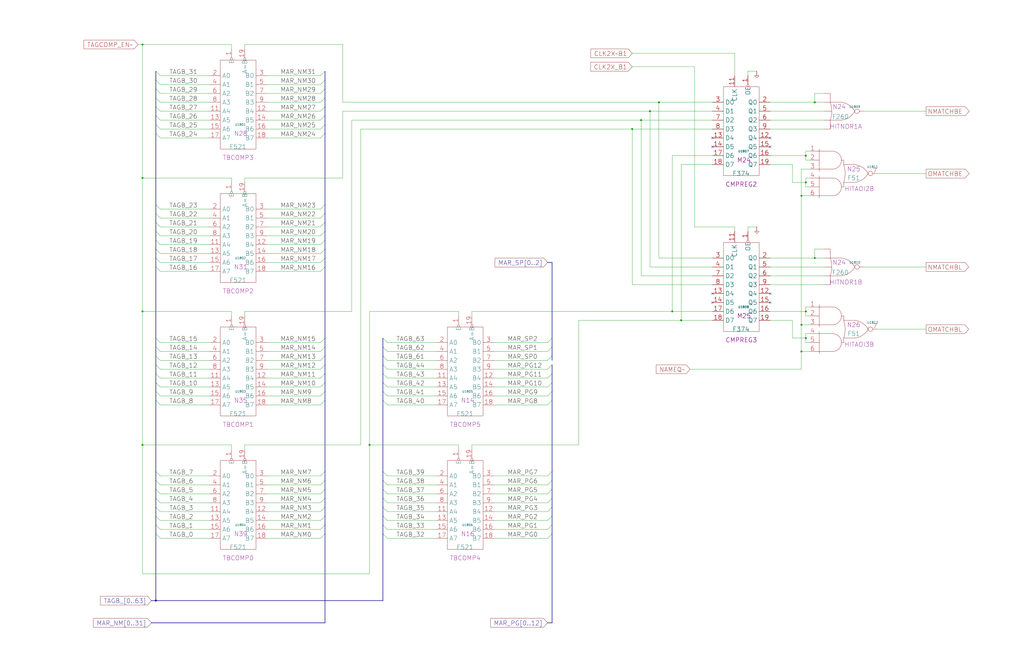
<source format=kicad_sch>
(kicad_sch (version 20250114) (generator "eeschema") (generator_version "9.0")
  (paper "User" 584.2 378.46)
  (title_block (title "TABG COMPARATORS\\nMATCH") (date "08-MAR-90") (rev "0.0") (comment 1 "MEM32 BOARD") (comment 2 "232-003066") (comment 3 "S400") (comment 4 "RELEASED"))
  (lib_symbols
    (symbol "r1000:F260" (pin_numbers (hide yes)) (pin_names (hide yes))
      (property "Reference" "U" (at 10.16 0 0))
      (property "Value" "F260" (at 1.905 -5.715 0))
      (property "Location" "___" (at 1.27 0 0))
      (property "Name" "______" (at 5.08 -12.7 0))
      (symbol "F260_0_1"
        (arc (start -3.8173 2.54) (mid -2.9926 -2.54) (end -3.8173 -7.62) (stroke (width 0.1524)))
        (polyline (pts (xy -5.08 7.62) (xy -3.81 7.62) (xy -3.81 2.54)) (stroke (width 0.1524)))
        (polyline (pts (xy -5.08 2.54) (xy -3.81 2.54)) (stroke (width 0.1524)))
        (polyline (pts (xy -5.08 -2.54) (xy -3.0226 -2.54)) (stroke (width 0.1524)))
        (polyline (pts (xy -5.08 -7.62) (xy -3.81 -7.62)) (stroke (width 0.1524)))
        (polyline (pts (xy -5.08 -12.7) (xy -3.81 -12.7) (xy -3.81 -7.62)) (stroke (width 0.1524)))
        (polyline (pts (xy -3.81 2.54) (xy 2.54 2.54)) (stroke (width 0.1524)))
        (polyline (pts (xy -3.81 -7.62) (xy 2.54 -7.62)) (stroke (width 0.1524)))
        (arc (start 10.16 -2.54) (mid 6.9504 -5.9807) (end 2.54 -7.62) (stroke (width 0.1524)))
        (arc (start 2.54 2.54) (mid 6.9516 0.9024) (end 10.16 -2.54) (stroke (width 0.1524)))
        (circle (center 11.43 -2.54) (radius 1.27) (stroke (width 0.1524)))
      )
      (symbol "F260_0_2"
        (circle (center -6.35 7.62) (radius 1.27) (stroke (width 0.1524)))
        (circle (center -6.35 2.54) (radius 1.27) (stroke (width 0.1524)))
        (circle (center -6.35 -2.54) (radius 1.27) (stroke (width 0.1524)))
        (circle (center -6.35 -7.62) (radius 1.27) (stroke (width 0.1524)))
        (circle (center -6.35 -12.7) (radius 1.27) (stroke (width 0.1524)))
        (polyline (pts (xy -5.08 2.54) (xy 2.54 2.54)) (stroke (width 0.1524)))
        (polyline (pts (xy -5.08 -7.62) (xy 2.54 -7.62)) (stroke (width 0.1524)))
        (polyline (pts (xy -5.08 -13.97) (xy -5.08 8.89)) (stroke (width 0.1524)))
        (arc (start 2.54 2.54) (mid 6.1321 1.0521) (end 7.62 -2.54) (stroke (width 0.1524)))
        (arc (start 7.62 -2.54) (mid 6.1321 -6.1321) (end 2.54 -7.62) (stroke (width 0.1524)))
      )
      (symbol "F260_1_1"
        (pin input line (at -7.62 7.62 0) (length 2.54) (name "D0") (number "12"))
        (pin input line (at -7.62 2.54 0) (length 2.54) (name "D1") (number "13"))
        (pin input line (at -7.62 -2.54 0) (length 2.54) (name "D2") (number "1"))
        (pin input line (at -7.62 -7.62 0) (length 2.54) (name "D3") (number "2"))
        (pin input line (at -7.62 -12.7 0) (length 2.54) (name "D4") (number "3"))
        (pin output line (at 15.24 -2.54 180) (length 2.54) (name "Q") (number "5"))
      )
      (symbol "F260_1_2"
        (pin input line (at -7.62 7.62 0) (length 0) (name "D0") (number "12"))
        (pin input line (at -7.62 2.54 0) (length 0) (name "D1") (number "13"))
        (pin input line (at -7.62 -2.54 0) (length 0) (name "D2") (number "1"))
        (pin input line (at -7.62 -7.62 0) (length 0) (name "D3") (number "2"))
        (pin input line (at -7.62 -12.7 0) (length 0) (name "D4") (number "3"))
        (pin output line (at 15.24 -2.54 180) (length 7.62) (name "Q") (number "5"))
      )
    )
    (symbol "r1000:F374" (pin_names (offset 1.016))
      (property "Reference" "U" (at 2.54 5.08 0))
      (property "Value" "F374" (at -3.81 -7.62 0))
      (property "Location" "___" (at -1.27 0 0))
      (property "Name" "______" (at 1.27 -15.24 0))
      (symbol "F374_1_1"
        (rectangle (start -8.89 41.91) (end 11.43 -8.89))
        (circle (center 5.08 42.545) (radius 0.635))
        (pin input line (at -15.24 33.02 0) (length 6.35) (name "D0") (number "3"))
        (pin input line (at -15.24 27.94 0) (length 6.35) (name "D1") (number "4"))
        (pin input line (at -15.24 22.86 0) (length 6.35) (name "D2") (number "7"))
        (pin input line (at -15.24 17.78 0) (length 6.35) (name "D3") (number "8"))
        (pin input line (at -15.24 12.7 0) (length 6.35) (name "D4") (number "13"))
        (pin input line (at -15.24 7.62 0) (length 6.35) (name "D5") (number "14"))
        (pin input line (at -15.24 2.54 0) (length 6.35) (name "D6") (number "17"))
        (pin input line (at -15.24 -2.54 0) (length 6.35) (name "D7") (number "18"))
        (pin input line (at -2.54 48.26 270) (length 6.35) (name "CLK") (number "11"))
        (pin input line (at 5.08 48.26 270) (length 5.08) (name "OE") (number "1"))
        (pin tri_state line (at 17.78 33.02 180) (length 6.35) (name "Q0") (number "2"))
        (pin tri_state line (at 17.78 27.94 180) (length 6.35) (name "Q1") (number "5"))
        (pin tri_state line (at 17.78 22.86 180) (length 6.35) (name "Q2") (number "6"))
        (pin tri_state line (at 17.78 17.78 180) (length 6.35) (name "Q3") (number "9"))
        (pin tri_state line (at 17.78 12.7 180) (length 6.35) (name "Q4") (number "12"))
        (pin tri_state line (at 17.78 7.62 180) (length 6.35) (name "Q5") (number "15"))
        (pin tri_state line (at 17.78 2.54 180) (length 6.35) (name "Q6") (number "16"))
        (pin tri_state line (at 17.78 -2.54 180) (length 6.35) (name "Q7") (number "19"))
      )
    )
    (symbol "r1000:F51" (pin_names (hide yes))
      (property "Reference" "U" (at 12.7 1.27 0))
      (property "Value" "F51" (at 1.905 -5.08 0))
      (property "Location" "___" (at 1.905 0 0))
      (property "Name" "______" (at 5.08 -12.7 0))
      (symbol "F51_0_0"
        (polyline (pts (xy -20.32 10.16) (xy -17.78 10.16)) (stroke (width 0.1524)))
        (polyline (pts (xy -20.32 5.08) (xy -17.78 5.08)) (stroke (width 0.1524)))
        (polyline (pts (xy -20.32 0) (xy -17.78 0)) (stroke (width 0.1524)))
        (polyline (pts (xy -20.32 -5.08) (xy -17.78 -5.08)) (stroke (width 0.1524)))
        (polyline (pts (xy -20.32 -10.16) (xy -17.78 -10.16)) (stroke (width 0.1524)))
        (polyline (pts (xy -20.32 -15.24) (xy -17.78 -15.24)) (stroke (width 0.1524)))
        (arc (start -3.8173 2.54) (mid -2.9926 -2.54) (end -3.8173 -7.62) (stroke (width 0.1524)))
        (polyline (pts (xy -17.78 11.43) (xy -17.78 -1.27)) (stroke (width 0.1524)))
        (polyline (pts (xy -17.78 -3.81) (xy -17.78 -16.51)) (stroke (width 0.1524)))
        (polyline (pts (xy -10.16 10.16) (xy -17.78 10.16)) (stroke (width 0.1524)))
        (arc (start -10.16 10.16) (mid -6.5679 8.6721) (end -5.08 5.08) (stroke (width 0.1524)))
        (arc (start -5.08 5.08) (mid -6.5679 1.4879) (end -10.16 0) (stroke (width 0.1524)))
        (polyline (pts (xy -10.16 0) (xy -17.78 0)) (stroke (width 0.1524)))
        (polyline (pts (xy -10.16 -5.08) (xy -17.78 -5.08)) (stroke (width 0.1524)))
        (arc (start -10.16 -5.08) (mid -6.5679 -6.5679) (end -5.08 -10.16) (stroke (width 0.1524)))
        (arc (start -5.08 -10.16) (mid -6.5679 -13.7521) (end -10.16 -15.24) (stroke (width 0.1524)))
        (polyline (pts (xy -10.16 -15.24) (xy -17.78 -15.24)) (stroke (width 0.1524)))
        (polyline (pts (xy -5.08 5.08) (xy -3.81 5.08) (xy -3.81 2.54)) (stroke (width 0.1524)))
        (polyline (pts (xy -5.08 -10.16) (xy -3.81 -10.16) (xy -3.81 -7.62)) (stroke (width 0.1524)))
        (polyline (pts (xy -3.81 2.54) (xy 2.54 2.54)) (stroke (width 0.1524)))
        (polyline (pts (xy -3.81 -7.62) (xy 2.54 -7.62)) (stroke (width 0.1524)))
        (arc (start 10.16 -2.54) (mid 6.9504 -5.9807) (end 2.54 -7.62) (stroke (width 0.1524)))
        (arc (start 2.54 2.54) (mid 6.9516 0.9024) (end 10.16 -2.54) (stroke (width 0.1524)))
        (circle (center 11.43 -2.54) (radius 1.27) (stroke (width 0.1524)))
      )
      (symbol "F51_1_1"
        (pin input line (at -22.86 10.16 0) (length 2.54) (name "A1") (number "1"))
        (pin input line (at -22.86 5.08 0) (length 2.54) (name "A2") (number "2"))
        (pin input line (at -22.86 0 0) (length 2.54) (name "A3") (number "3"))
        (pin input line (at -22.86 -5.08 0) (length 2.54) (name "B1") (number "4"))
        (pin input line (at -22.86 -10.16 0) (length 2.54) (name "B2") (number "5"))
        (pin input line (at -22.86 -15.24 0) (length 2.54) (name "B3") (number "6"))
        (pin output line (at 15.24 -2.54 180) (length 2.54) (name "Q") (number "7"))
      )
    )
    (symbol "r1000:F521" (pin_names (offset 1.016))
      (property "Reference" "U" (at 2.54 5.08 0))
      (property "Value" "F521" (at -3.81 -7.62 0))
      (property "Location" "___" (at -1.27 0 0))
      (property "Name" "______" (at 1.27 -15.24 0))
      (symbol "F521_1_1"
        (rectangle (start -8.89 41.91) (end 11.43 -8.89))
        (circle (center -2.54 42.545) (radius 0.635))
        (circle (center 5.08 42.545) (radius 0.635))
        (pin input line (at -15.24 33.02 0) (length 6.35) (name "A0") (number "2"))
        (pin input line (at -15.24 27.94 0) (length 6.35) (name "A1") (number "4"))
        (pin input line (at -15.24 22.86 0) (length 6.35) (name "A2") (number "6"))
        (pin input line (at -15.24 17.78 0) (length 6.35) (name "A3") (number "8"))
        (pin input line (at -15.24 12.7 0) (length 6.35) (name "A4") (number "11"))
        (pin input line (at -15.24 7.62 0) (length 6.35) (name "A5") (number "13"))
        (pin input line (at -15.24 2.54 0) (length 6.35) (name "A6") (number "15"))
        (pin input line (at -15.24 -2.54 0) (length 6.35) (name "A7") (number "17"))
        (pin input line (at -2.54 48.26 270) (length 5.08) (name "E") (number "1"))
        (pin output line (at 5.08 48.26 270) (length 5.08) (name "A=B") (number "19"))
        (pin input line (at 17.78 33.02 180) (length 6.35) (name "B0") (number "3"))
        (pin input line (at 17.78 27.94 180) (length 6.35) (name "B1") (number "5"))
        (pin input line (at 17.78 22.86 180) (length 6.35) (name "B2") (number "7"))
        (pin input line (at 17.78 17.78 180) (length 6.35) (name "B3") (number "9"))
        (pin input line (at 17.78 12.7 180) (length 6.35) (name "B4") (number "12"))
        (pin input line (at 17.78 7.62 180) (length 6.35) (name "B5") (number "14"))
        (pin input line (at 17.78 2.54 180) (length 6.35) (name "B6") (number "16"))
        (pin input line (at 17.78 -2.54 180) (length 6.35) (name "B7") (number "18"))
      )
    )
    (symbol "r1000:PD" (power) (pin_numbers (hide yes)) (pin_names (hide yes)) (in_bom no)
      (symbol "PD_0_1"
        (polyline (pts (xy 0 -2.54) (xy 1.27 -2.54) (xy 0 -3.81) (xy -1.27 -2.54) (xy 0 -2.54)) (stroke (width 0.1524)))
      )
      (symbol "PD_1_1"
        (pin power_in line (at 0 0 270) (length 2.54) (name "PD") (number "1"))
      )
    )
  )
  (junction (at 360.68 73.66))
  (junction (at 88.9 342.9))
  (junction (at 375.92 58.42))
  (junction (at 459.74 104.14))
  (junction (at 459.74 193.04))
  (junction (at 81.28 177.8))
  (junction (at 210.82 254))
  (junction (at 81.28 101.6))
  (junction (at 464.82 58.42))
  (junction (at 459.74 88.9))
  (junction (at 370.84 63.5))
  (junction (at 457.2 111.76))
  (junction (at 81.28 254))
  (junction (at 383.54 177.8))
  (junction (at 464.82 147.32))
  (junction (at 81.28 25.4))
  (junction (at 459.74 177.8))
  (junction (at 457.2 185.42))
  (junction (at 388.62 182.88))
  (junction (at 457.2 200.66))
  (junction (at 365.76 68.58))
  (no_connect (at 439.42 172.72))
  (no_connect (at 406.4 167.64))
  (no_connect (at 439.42 83.82))
  (no_connect (at 406.4 172.72))
  (no_connect (at 439.42 167.64))
  (no_connect (at 406.4 78.74))
  (no_connect (at 439.42 78.74))
  (no_connect (at 406.4 83.82))
  (bus_entry (at 314.96 289.56) (size -2.54 2.54))
  (bus_entry (at 185.42 66.04) (size -2.54 2.54))
  (bus_entry (at 88.9 274.32) (size 2.54 2.54))
  (bus_entry (at 88.9 198.12) (size 2.54 2.54))
  (bus_entry (at 88.9 228.6) (size 2.54 2.54))
  (bus_entry (at 314.96 203.2) (size -2.54 2.54))
  (bus_entry (at 185.42 274.32) (size -2.54 2.54))
  (bus_entry (at 185.42 193.04) (size -2.54 2.54))
  (bus_entry (at 185.42 218.44) (size -2.54 2.54))
  (bus_entry (at 88.9 127) (size 2.54 2.54))
  (bus_entry (at 185.42 294.64) (size -2.54 2.54))
  (bus_entry (at 314.96 213.36) (size -2.54 2.54))
  (bus_entry (at 185.42 132.08) (size -2.54 2.54))
  (bus_entry (at 185.42 137.16) (size -2.54 2.54))
  (bus_entry (at 218.44 274.32) (size 2.54 2.54))
  (bus_entry (at 185.42 55.88) (size -2.54 2.54))
  (bus_entry (at 88.9 289.56) (size 2.54 2.54))
  (bus_entry (at 88.9 193.04) (size 2.54 2.54))
  (bus_entry (at 185.42 223.52) (size -2.54 2.54))
  (bus_entry (at 185.42 304.8) (size -2.54 2.54))
  (bus_entry (at 185.42 279.4) (size -2.54 2.54))
  (bus_entry (at 185.42 116.84) (size -2.54 2.54))
  (bus_entry (at 185.42 228.6) (size -2.54 2.54))
  (bus_entry (at 218.44 213.36) (size 2.54 2.54))
  (bus_entry (at 88.9 218.44) (size 2.54 2.54))
  (bus_entry (at 88.9 304.8) (size 2.54 2.54))
  (bus_entry (at 185.42 269.24) (size -2.54 2.54))
  (bus_entry (at 218.44 279.4) (size 2.54 2.54))
  (bus_entry (at 88.9 147.32) (size 2.54 2.54))
  (bus_entry (at 218.44 304.8) (size 2.54 2.54))
  (bus_entry (at 88.9 121.92) (size 2.54 2.54))
  (bus_entry (at 88.9 132.08) (size 2.54 2.54))
  (bus_entry (at 185.42 213.36) (size -2.54 2.54))
  (bus_entry (at 88.9 213.36) (size 2.54 2.54))
  (bus_entry (at 314.96 198.12) (size -2.54 2.54))
  (bus_entry (at 314.96 208.28) (size -2.54 2.54))
  (bus_entry (at 218.44 218.44) (size 2.54 2.54))
  (bus_entry (at 88.9 116.84) (size 2.54 2.54))
  (bus_entry (at 88.9 137.16) (size 2.54 2.54))
  (bus_entry (at 88.9 294.64) (size 2.54 2.54))
  (bus_entry (at 88.9 223.52) (size 2.54 2.54))
  (bus_entry (at 88.9 45.72) (size 2.54 2.54))
  (bus_entry (at 88.9 60.96) (size 2.54 2.54))
  (bus_entry (at 314.96 279.4) (size -2.54 2.54))
  (bus_entry (at 185.42 299.72) (size -2.54 2.54))
  (bus_entry (at 88.9 284.48) (size 2.54 2.54))
  (bus_entry (at 88.9 152.4) (size 2.54 2.54))
  (bus_entry (at 314.96 269.24) (size -2.54 2.54))
  (bus_entry (at 185.42 152.4) (size -2.54 2.54))
  (bus_entry (at 314.96 284.48) (size -2.54 2.54))
  (bus_entry (at 185.42 147.32) (size -2.54 2.54))
  (bus_entry (at 88.9 142.24) (size 2.54 2.54))
  (bus_entry (at 88.9 203.2) (size 2.54 2.54))
  (bus_entry (at 185.42 142.24) (size -2.54 2.54))
  (bus_entry (at 185.42 40.64) (size -2.54 2.54))
  (bus_entry (at 185.42 198.12) (size -2.54 2.54))
  (bus_entry (at 88.9 76.2) (size 2.54 2.54))
  (bus_entry (at 218.44 284.48) (size 2.54 2.54))
  (bus_entry (at 218.44 289.56) (size 2.54 2.54))
  (bus_entry (at 88.9 66.04) (size 2.54 2.54))
  (bus_entry (at 185.42 60.96) (size -2.54 2.54))
  (bus_entry (at 185.42 203.2) (size -2.54 2.54))
  (bus_entry (at 218.44 203.2) (size 2.54 2.54))
  (bus_entry (at 314.96 274.32) (size -2.54 2.54))
  (bus_entry (at 218.44 193.04) (size 2.54 2.54))
  (bus_entry (at 314.96 193.04) (size -2.54 2.54))
  (bus_entry (at 88.9 50.8) (size 2.54 2.54))
  (bus_entry (at 88.9 279.4) (size 2.54 2.54))
  (bus_entry (at 185.42 50.8) (size -2.54 2.54))
  (bus_entry (at 218.44 198.12) (size 2.54 2.54))
  (bus_entry (at 314.96 294.64) (size -2.54 2.54))
  (bus_entry (at 185.42 208.28) (size -2.54 2.54))
  (bus_entry (at 218.44 294.64) (size 2.54 2.54))
  (bus_entry (at 88.9 40.64) (size 2.54 2.54))
  (bus_entry (at 88.9 299.72) (size 2.54 2.54))
  (bus_entry (at 218.44 299.72) (size 2.54 2.54))
  (bus_entry (at 185.42 45.72) (size -2.54 2.54))
  (bus_entry (at 88.9 55.88) (size 2.54 2.54))
  (bus_entry (at 185.42 121.92) (size -2.54 2.54))
  (bus_entry (at 88.9 71.12) (size 2.54 2.54))
  (bus_entry (at 185.42 284.48) (size -2.54 2.54))
  (bus_entry (at 218.44 208.28) (size 2.54 2.54))
  (bus_entry (at 185.42 289.56) (size -2.54 2.54))
  (bus_entry (at 314.96 218.44) (size -2.54 2.54))
  (bus_entry (at 218.44 223.52) (size 2.54 2.54))
  (bus_entry (at 88.9 269.24) (size 2.54 2.54))
  (bus_entry (at 185.42 76.2) (size -2.54 2.54))
  (bus_entry (at 314.96 304.8) (size -2.54 2.54))
  (bus_entry (at 314.96 228.6) (size -2.54 2.54))
  (bus_entry (at 218.44 269.24) (size 2.54 2.54))
  (bus_entry (at 314.96 299.72) (size -2.54 2.54))
  (bus_entry (at 88.9 208.28) (size 2.54 2.54))
  (bus_entry (at 218.44 228.6) (size 2.54 2.54))
  (bus_entry (at 185.42 127) (size -2.54 2.54))
  (bus_entry (at 185.42 71.12) (size -2.54 2.54))
  (bus_entry (at 314.96 223.52) (size -2.54 2.54))
  (bus (pts (xy 88.9 40.64) (xy 88.9 45.72)))
  (wire (pts (xy 195.58 58.42) (xy 375.92 58.42)))
  (wire (pts (xy 91.44 287.02) (xy 119.38 287.02)))
  (wire (pts (xy 91.44 78.74) (xy 119.38 78.74)))
  (wire (pts (xy 469.9 142.24) (xy 464.82 142.24)))
  (wire (pts (xy 464.82 142.24) (xy 464.82 147.32)))
  (wire (pts (xy 139.7 27.94) (xy 139.7 25.4)))
  (wire (pts (xy 220.98 281.94) (xy 248.92 281.94)))
  (wire (pts (xy 383.54 88.9) (xy 383.54 177.8)))
  (bus (pts (xy 185.42 66.04) (xy 185.42 71.12)))
  (bus (pts (xy 218.44 294.64) (xy 218.44 299.72)))
  (bus (pts (xy 88.9 218.44) (xy 88.9 223.52)))
  (wire (pts (xy 91.44 149.86) (xy 119.38 149.86)))
  (wire (pts (xy 91.44 271.78) (xy 119.38 271.78)))
  (bus (pts (xy 88.9 60.96) (xy 88.9 66.04)))
  (wire (pts (xy 182.88 139.7) (xy 152.4 139.7)))
  (wire (pts (xy 439.42 68.58) (xy 469.9 68.58)))
  (wire (pts (xy 457.2 111.76) (xy 457.2 185.42)))
  (bus (pts (xy 314.96 228.6) (xy 314.96 269.24)))
  (bus (pts (xy 88.9 208.28) (xy 88.9 213.36)))
  (bus (pts (xy 314.96 149.86) (xy 314.96 193.04)))
  (wire (pts (xy 370.84 63.5) (xy 406.4 63.5)))
  (wire (pts (xy 182.88 43.18) (xy 152.4 43.18)))
  (wire (pts (xy 312.42 210.82) (xy 281.94 210.82)))
  (wire (pts (xy 182.88 124.46) (xy 152.4 124.46)))
  (wire (pts (xy 220.98 195.58) (xy 248.92 195.58)))
  (wire (pts (xy 91.44 48.26) (xy 119.38 48.26)))
  (wire (pts (xy 182.88 271.78) (xy 152.4 271.78)))
  (wire (pts (xy 459.74 104.14) (xy 459.74 101.6)))
  (wire (pts (xy 360.68 73.66) (xy 360.68 162.56)))
  (wire (pts (xy 426.72 129.54) (xy 426.72 132.08)))
  (wire (pts (xy 91.44 134.62) (xy 119.38 134.62)))
  (wire (pts (xy 312.42 281.94) (xy 281.94 281.94)))
  (wire (pts (xy 312.42 215.9) (xy 281.94 215.9)))
  (wire (pts (xy 383.54 177.8) (xy 406.4 177.8)))
  (wire (pts (xy 182.88 58.42) (xy 152.4 58.42)))
  (bus (pts (xy 88.9 193.04) (xy 88.9 198.12)))
  (wire (pts (xy 459.74 175.26) (xy 462.28 175.26)))
  (wire (pts (xy 81.28 177.8) (xy 81.28 254)))
  (wire (pts (xy 439.42 177.8) (xy 459.74 177.8)))
  (wire (pts (xy 439.42 162.56) (xy 469.9 162.56)))
  (wire (pts (xy 388.62 93.98) (xy 406.4 93.98)))
  (wire (pts (xy 139.7 25.4) (xy 195.58 25.4)))
  (wire (pts (xy 261.62 256.54) (xy 261.62 254)))
  (wire (pts (xy 91.44 195.58) (xy 119.38 195.58)))
  (wire (pts (xy 205.74 73.66) (xy 360.68 73.66)))
  (bus (pts (xy 185.42 152.4) (xy 185.42 193.04)))
  (bus (pts (xy 88.9 279.4) (xy 88.9 284.48)))
  (wire (pts (xy 220.98 220.98) (xy 248.92 220.98)))
  (wire (pts (xy 91.44 307.34) (xy 119.38 307.34)))
  (wire (pts (xy 419.1 30.48) (xy 419.1 43.18)))
  (bus (pts (xy 185.42 76.2) (xy 185.42 116.84)))
  (wire (pts (xy 312.42 307.34) (xy 281.94 307.34)))
  (wire (pts (xy 200.66 177.8) (xy 200.66 68.58)))
  (wire (pts (xy 132.08 256.54) (xy 132.08 254)))
  (bus (pts (xy 185.42 60.96) (xy 185.42 66.04)))
  (wire (pts (xy 91.44 154.94) (xy 119.38 154.94)))
  (bus (pts (xy 88.9 198.12) (xy 88.9 203.2)))
  (wire (pts (xy 462.28 106.68) (xy 459.74 106.68)))
  (bus (pts (xy 185.42 71.12) (xy 185.42 76.2)))
  (wire (pts (xy 182.88 210.82) (xy 152.4 210.82)))
  (wire (pts (xy 365.76 157.48) (xy 365.76 68.58)))
  (wire (pts (xy 269.24 256.54) (xy 269.24 254)))
  (wire (pts (xy 91.44 129.54) (xy 119.38 129.54)))
  (wire (pts (xy 330.2 182.88) (xy 388.62 182.88)))
  (wire (pts (xy 312.42 220.98) (xy 281.94 220.98)))
  (wire (pts (xy 210.82 327.66) (xy 81.28 327.66)))
  (bus (pts (xy 185.42 304.8) (xy 185.42 355.6)))
  (wire (pts (xy 426.72 40.64) (xy 426.72 43.18)))
  (wire (pts (xy 464.82 147.32) (xy 469.9 147.32)))
  (bus (pts (xy 218.44 284.48) (xy 218.44 289.56)))
  (wire (pts (xy 139.7 104.14) (xy 139.7 101.6)))
  (bus (pts (xy 185.42 279.4) (xy 185.42 284.48)))
  (bus (pts (xy 314.96 203.2) (xy 314.96 205.74)))
  (wire (pts (xy 220.98 231.14) (xy 248.92 231.14)))
  (wire (pts (xy 182.88 276.86) (xy 152.4 276.86)))
  (wire (pts (xy 459.74 88.9) (xy 459.74 91.44)))
  (wire (pts (xy 462.28 180.34) (xy 459.74 180.34)))
  (wire (pts (xy 459.74 101.6) (xy 462.28 101.6)))
  (bus (pts (xy 88.9 274.32) (xy 88.9 279.4)))
  (wire (pts (xy 78.74 25.4) (xy 81.28 25.4)))
  (wire (pts (xy 220.98 271.78) (xy 248.92 271.78)))
  (wire (pts (xy 220.98 226.06) (xy 248.92 226.06)))
  (bus (pts (xy 185.42 269.24) (xy 185.42 274.32)))
  (wire (pts (xy 459.74 88.9) (xy 459.74 86.36)))
  (bus (pts (xy 314.96 223.52) (xy 314.96 228.6)))
  (bus (pts (xy 314.96 279.4) (xy 314.96 284.48)))
  (wire (pts (xy 91.44 63.5) (xy 119.38 63.5)))
  (bus (pts (xy 86.36 342.9) (xy 88.9 342.9)))
  (wire (pts (xy 220.98 297.18) (xy 248.92 297.18)))
  (bus (pts (xy 185.42 121.92) (xy 185.42 127)))
  (wire (pts (xy 459.74 86.36) (xy 462.28 86.36)))
  (wire (pts (xy 81.28 101.6) (xy 132.08 101.6)))
  (wire (pts (xy 182.88 68.58) (xy 152.4 68.58)))
  (wire (pts (xy 459.74 193.04) (xy 452.12 193.04)))
  (wire (pts (xy 312.42 287.02) (xy 281.94 287.02)))
  (wire (pts (xy 459.74 193.04) (xy 459.74 190.5)))
  (wire (pts (xy 91.44 231.14) (xy 119.38 231.14)))
  (bus (pts (xy 218.44 279.4) (xy 218.44 284.48)))
  (wire (pts (xy 388.62 182.88) (xy 406.4 182.88)))
  (bus (pts (xy 185.42 223.52) (xy 185.42 228.6)))
  (bus (pts (xy 218.44 304.8) (xy 218.44 342.9)))
  (wire (pts (xy 457.2 200.66) (xy 457.2 210.82)))
  (wire (pts (xy 220.98 205.74) (xy 248.92 205.74)))
  (wire (pts (xy 312.42 271.78) (xy 281.94 271.78)))
  (wire (pts (xy 182.88 200.66) (xy 152.4 200.66)))
  (wire (pts (xy 182.88 302.26) (xy 152.4 302.26)))
  (wire (pts (xy 431.8 40.64) (xy 426.72 40.64)))
  (wire (pts (xy 91.44 68.58) (xy 119.38 68.58)))
  (wire (pts (xy 457.2 185.42) (xy 457.2 200.66)))
  (wire (pts (xy 452.12 93.98) (xy 452.12 104.14)))
  (wire (pts (xy 91.44 210.82) (xy 119.38 210.82)))
  (wire (pts (xy 91.44 144.78) (xy 119.38 144.78)))
  (bus (pts (xy 88.9 294.64) (xy 88.9 299.72)))
  (wire (pts (xy 396.24 129.54) (xy 419.1 129.54)))
  (wire (pts (xy 312.42 231.14) (xy 281.94 231.14)))
  (wire (pts (xy 182.88 73.66) (xy 152.4 73.66)))
  (wire (pts (xy 81.28 25.4) (xy 81.28 101.6)))
  (bus (pts (xy 185.42 198.12) (xy 185.42 203.2)))
  (wire (pts (xy 182.88 307.34) (xy 152.4 307.34)))
  (wire (pts (xy 182.88 154.94) (xy 152.4 154.94)))
  (bus (pts (xy 314.96 198.12) (xy 314.96 203.2)))
  (wire (pts (xy 220.98 292.1) (xy 248.92 292.1)))
  (bus (pts (xy 86.36 355.6) (xy 185.42 355.6)))
  (wire (pts (xy 492.76 63.5) (xy 528.32 63.5)))
  (bus (pts (xy 314.96 304.8) (xy 314.96 355.6)))
  (bus (pts (xy 312.42 149.86) (xy 314.96 149.86)))
  (wire (pts (xy 360.68 30.48) (xy 419.1 30.48)))
  (wire (pts (xy 457.2 96.52) (xy 457.2 111.76)))
  (wire (pts (xy 210.82 254) (xy 261.62 254)))
  (bus (pts (xy 314.96 193.04) (xy 314.96 198.12)))
  (wire (pts (xy 261.62 180.34) (xy 261.62 177.8)))
  (wire (pts (xy 312.42 302.26) (xy 281.94 302.26)))
  (bus (pts (xy 314.96 294.64) (xy 314.96 299.72)))
  (bus (pts (xy 314.96 274.32) (xy 314.96 279.4)))
  (wire (pts (xy 91.44 200.66) (xy 119.38 200.66)))
  (wire (pts (xy 182.88 129.54) (xy 152.4 129.54)))
  (wire (pts (xy 91.44 53.34) (xy 119.38 53.34)))
  (wire (pts (xy 91.44 58.42) (xy 119.38 58.42)))
  (wire (pts (xy 269.24 177.8) (xy 383.54 177.8)))
  (bus (pts (xy 88.9 50.8) (xy 88.9 55.88)))
  (wire (pts (xy 500.38 99.06) (xy 528.32 99.06)))
  (wire (pts (xy 220.98 287.02) (xy 248.92 287.02)))
  (wire (pts (xy 182.88 297.18) (xy 152.4 297.18)))
  (wire (pts (xy 139.7 256.54) (xy 139.7 254)))
  (wire (pts (xy 452.12 193.04) (xy 452.12 182.88)))
  (wire (pts (xy 462.28 195.58) (xy 459.74 195.58)))
  (bus (pts (xy 218.44 223.52) (xy 218.44 228.6)))
  (wire (pts (xy 360.68 38.1) (xy 396.24 38.1)))
  (bus (pts (xy 185.42 137.16) (xy 185.42 142.24)))
  (wire (pts (xy 132.08 27.94) (xy 132.08 25.4)))
  (wire (pts (xy 182.88 292.1) (xy 152.4 292.1)))
  (wire (pts (xy 91.44 226.06) (xy 119.38 226.06)))
  (wire (pts (xy 375.92 58.42) (xy 406.4 58.42)))
  (bus (pts (xy 88.9 116.84) (xy 88.9 121.92)))
  (wire (pts (xy 182.88 220.98) (xy 152.4 220.98)))
  (wire (pts (xy 182.88 205.74) (xy 152.4 205.74)))
  (wire (pts (xy 360.68 162.56) (xy 406.4 162.56)))
  (bus (pts (xy 185.42 193.04) (xy 185.42 198.12)))
  (bus (pts (xy 88.9 132.08) (xy 88.9 137.16)))
  (bus (pts (xy 314.96 213.36) (xy 314.96 218.44)))
  (bus (pts (xy 88.9 66.04) (xy 88.9 71.12)))
  (wire (pts (xy 205.74 254) (xy 205.74 73.66)))
  (bus (pts (xy 185.42 203.2) (xy 185.42 208.28)))
  (wire (pts (xy 312.42 195.58) (xy 281.94 195.58)))
  (wire (pts (xy 182.88 287.02) (xy 152.4 287.02)))
  (bus (pts (xy 218.44 299.72) (xy 218.44 304.8)))
  (wire (pts (xy 139.7 254) (xy 205.74 254)))
  (wire (pts (xy 459.74 195.58) (xy 459.74 193.04)))
  (bus (pts (xy 88.9 304.8) (xy 88.9 342.9)))
  (bus (pts (xy 88.9 71.12) (xy 88.9 76.2)))
  (wire (pts (xy 439.42 73.66) (xy 469.9 73.66)))
  (wire (pts (xy 81.28 25.4) (xy 132.08 25.4)))
  (bus (pts (xy 185.42 213.36) (xy 185.42 218.44)))
  (wire (pts (xy 464.82 58.42) (xy 469.9 58.42)))
  (wire (pts (xy 439.42 157.48) (xy 469.9 157.48)))
  (wire (pts (xy 269.24 254) (xy 330.2 254)))
  (bus (pts (xy 218.44 289.56) (xy 218.44 294.64)))
  (wire (pts (xy 457.2 210.82) (xy 393.7 210.82)))
  (wire (pts (xy 220.98 276.86) (xy 248.92 276.86)))
  (wire (pts (xy 91.44 73.66) (xy 119.38 73.66)))
  (wire (pts (xy 182.88 134.62) (xy 152.4 134.62)))
  (bus (pts (xy 218.44 342.9) (xy 88.9 342.9)))
  (bus (pts (xy 314.96 289.56) (xy 314.96 294.64)))
  (wire (pts (xy 91.44 124.46) (xy 119.38 124.46)))
  (wire (pts (xy 439.42 93.98) (xy 452.12 93.98)))
  (bus (pts (xy 218.44 269.24) (xy 218.44 274.32)))
  (bus (pts (xy 185.42 127) (xy 185.42 132.08)))
  (wire (pts (xy 195.58 101.6) (xy 195.58 63.5)))
  (wire (pts (xy 182.88 215.9) (xy 152.4 215.9)))
  (bus (pts (xy 185.42 142.24) (xy 185.42 147.32)))
  (bus (pts (xy 88.9 121.92) (xy 88.9 127)))
  (wire (pts (xy 365.76 68.58) (xy 406.4 68.58)))
  (wire (pts (xy 452.12 182.88) (xy 439.42 182.88)))
  (wire (pts (xy 210.82 177.8) (xy 210.82 254)))
  (wire (pts (xy 375.92 147.32) (xy 375.92 58.42)))
  (bus (pts (xy 185.42 274.32) (xy 185.42 279.4)))
  (bus (pts (xy 185.42 294.64) (xy 185.42 299.72)))
  (wire (pts (xy 182.88 281.94) (xy 152.4 281.94)))
  (wire (pts (xy 388.62 182.88) (xy 388.62 93.98)))
  (bus (pts (xy 314.96 269.24) (xy 314.96 274.32)))
  (wire (pts (xy 220.98 210.82) (xy 248.92 210.82)))
  (wire (pts (xy 81.28 254) (xy 81.28 327.66)))
  (wire (pts (xy 220.98 302.26) (xy 248.92 302.26)))
  (wire (pts (xy 459.74 177.8) (xy 459.74 180.34)))
  (wire (pts (xy 500.38 187.96) (xy 528.32 187.96)))
  (wire (pts (xy 132.08 180.34) (xy 132.08 177.8)))
  (bus (pts (xy 88.9 289.56) (xy 88.9 294.64)))
  (wire (pts (xy 439.42 63.5) (xy 469.9 63.5)))
  (bus (pts (xy 185.42 40.64) (xy 185.42 45.72)))
  (wire (pts (xy 406.4 88.9) (xy 383.54 88.9)))
  (bus (pts (xy 185.42 116.84) (xy 185.42 121.92)))
  (wire (pts (xy 132.08 104.14) (xy 132.08 101.6)))
  (wire (pts (xy 81.28 254) (xy 132.08 254)))
  (wire (pts (xy 457.2 200.66) (xy 462.28 200.66)))
  (wire (pts (xy 139.7 177.8) (xy 200.66 177.8)))
  (bus (pts (xy 88.9 223.52) (xy 88.9 228.6)))
  (wire (pts (xy 469.9 53.34) (xy 464.82 53.34)))
  (wire (pts (xy 439.42 88.9) (xy 459.74 88.9)))
  (bus (pts (xy 218.44 274.32) (xy 218.44 279.4)))
  (wire (pts (xy 457.2 185.42) (xy 462.28 185.42)))
  (wire (pts (xy 431.8 129.54) (xy 426.72 129.54)))
  (wire (pts (xy 220.98 215.9) (xy 248.92 215.9)))
  (wire (pts (xy 91.44 205.74) (xy 119.38 205.74)))
  (wire (pts (xy 439.42 152.4) (xy 469.9 152.4)))
  (bus (pts (xy 185.42 132.08) (xy 185.42 137.16)))
  (wire (pts (xy 182.88 144.78) (xy 152.4 144.78)))
  (wire (pts (xy 182.88 48.26) (xy 152.4 48.26)))
  (bus (pts (xy 88.9 137.16) (xy 88.9 142.24)))
  (bus (pts (xy 218.44 228.6) (xy 218.44 269.24)))
  (wire (pts (xy 406.4 147.32) (xy 375.92 147.32)))
  (wire (pts (xy 182.88 63.5) (xy 152.4 63.5)))
  (bus (pts (xy 88.9 142.24) (xy 88.9 147.32)))
  (wire (pts (xy 462.28 96.52) (xy 457.2 96.52)))
  (bus (pts (xy 88.9 127) (xy 88.9 132.08)))
  (bus (pts (xy 218.44 213.36) (xy 218.44 218.44)))
  (wire (pts (xy 210.82 254) (xy 210.82 327.66)))
  (bus (pts (xy 88.9 284.48) (xy 88.9 289.56)))
  (bus (pts (xy 88.9 213.36) (xy 88.9 218.44)))
  (bus (pts (xy 218.44 193.04) (xy 218.44 198.12)))
  (wire (pts (xy 91.44 302.26) (xy 119.38 302.26)))
  (wire (pts (xy 312.42 226.06) (xy 281.94 226.06)))
  (wire (pts (xy 200.66 68.58) (xy 365.76 68.58)))
  (bus (pts (xy 88.9 55.88) (xy 88.9 60.96)))
  (bus (pts (xy 185.42 284.48) (xy 185.42 289.56)))
  (bus (pts (xy 218.44 218.44) (xy 218.44 223.52)))
  (bus (pts (xy 185.42 289.56) (xy 185.42 294.64)))
  (wire (pts (xy 406.4 157.48) (xy 365.76 157.48)))
  (wire (pts (xy 457.2 111.76) (xy 462.28 111.76)))
  (bus (pts (xy 88.9 45.72) (xy 88.9 50.8)))
  (bus (pts (xy 314.96 208.28) (xy 314.96 213.36)))
  (wire (pts (xy 439.42 58.42) (xy 464.82 58.42)))
  (bus (pts (xy 185.42 147.32) (xy 185.42 152.4)))
  (wire (pts (xy 91.44 292.1) (xy 119.38 292.1)))
  (wire (pts (xy 182.88 78.74) (xy 152.4 78.74)))
  (bus (pts (xy 314.96 284.48) (xy 314.96 289.56)))
  (bus (pts (xy 88.9 203.2) (xy 88.9 208.28)))
  (bus (pts (xy 185.42 45.72) (xy 185.42 50.8)))
  (wire (pts (xy 91.44 281.94) (xy 119.38 281.94)))
  (wire (pts (xy 91.44 276.86) (xy 119.38 276.86)))
  (bus (pts (xy 185.42 55.88) (xy 185.42 60.96)))
  (bus (pts (xy 88.9 147.32) (xy 88.9 152.4)))
  (wire (pts (xy 370.84 152.4) (xy 406.4 152.4)))
  (bus (pts (xy 88.9 299.72) (xy 88.9 304.8)))
  (wire (pts (xy 459.74 177.8) (xy 459.74 175.26)))
  (wire (pts (xy 91.44 119.38) (xy 119.38 119.38)))
  (wire (pts (xy 139.7 101.6) (xy 195.58 101.6)))
  (wire (pts (xy 139.7 180.34) (xy 139.7 177.8)))
  (wire (pts (xy 312.42 200.66) (xy 281.94 200.66)))
  (wire (pts (xy 462.28 91.44) (xy 459.74 91.44)))
  (wire (pts (xy 220.98 307.34) (xy 248.92 307.34)))
  (wire (pts (xy 91.44 220.98) (xy 119.38 220.98)))
  (wire (pts (xy 195.58 25.4) (xy 195.58 58.42)))
  (wire (pts (xy 182.88 195.58) (xy 152.4 195.58)))
  (wire (pts (xy 452.12 104.14) (xy 459.74 104.14)))
  (wire (pts (xy 396.24 38.1) (xy 396.24 129.54)))
  (wire (pts (xy 370.84 63.5) (xy 370.84 152.4)))
  (bus (pts (xy 314.96 218.44) (xy 314.96 223.52)))
  (bus (pts (xy 218.44 208.28) (xy 218.44 213.36)))
  (wire (pts (xy 81.28 177.8) (xy 132.08 177.8)))
  (bus (pts (xy 88.9 152.4) (xy 88.9 193.04)))
  (wire (pts (xy 210.82 177.8) (xy 261.62 177.8)))
  (wire (pts (xy 91.44 215.9) (xy 119.38 215.9)))
  (bus (pts (xy 88.9 269.24) (xy 88.9 274.32)))
  (wire (pts (xy 492.76 152.4) (xy 528.32 152.4)))
  (wire (pts (xy 459.74 190.5) (xy 462.28 190.5)))
  (bus (pts (xy 218.44 203.2) (xy 218.44 208.28)))
  (wire (pts (xy 220.98 200.66) (xy 248.92 200.66)))
  (bus (pts (xy 185.42 228.6) (xy 185.42 269.24)))
  (bus (pts (xy 314.96 299.72) (xy 314.96 304.8)))
  (wire (pts (xy 459.74 104.14) (xy 459.74 106.68)))
  (bus (pts (xy 185.42 299.72) (xy 185.42 304.8)))
  (wire (pts (xy 91.44 43.18) (xy 119.38 43.18)))
  (wire (pts (xy 81.28 101.6) (xy 81.28 177.8)))
  (wire (pts (xy 182.88 226.06) (xy 152.4 226.06)))
  (wire (pts (xy 182.88 119.38) (xy 152.4 119.38)))
  (wire (pts (xy 182.88 149.86) (xy 152.4 149.86)))
  (wire (pts (xy 312.42 292.1) (xy 281.94 292.1)))
  (wire (pts (xy 269.24 180.34) (xy 269.24 177.8)))
  (wire (pts (xy 419.1 129.54) (xy 419.1 132.08)))
  (wire (pts (xy 330.2 254) (xy 330.2 182.88)))
  (wire (pts (xy 182.88 53.34) (xy 152.4 53.34)))
  (bus (pts (xy 312.42 355.6) (xy 314.96 355.6)))
  (wire (pts (xy 439.42 147.32) (xy 464.82 147.32)))
  (bus (pts (xy 185.42 218.44) (xy 185.42 223.52)))
  (wire (pts (xy 91.44 139.7) (xy 119.38 139.7)))
  (bus (pts (xy 218.44 198.12) (xy 218.44 203.2)))
  (bus (pts (xy 185.42 208.28) (xy 185.42 213.36)))
  (bus (pts (xy 88.9 228.6) (xy 88.9 269.24)))
  (bus (pts (xy 88.9 76.2) (xy 88.9 116.84)))
  (wire (pts (xy 312.42 205.74) (xy 281.94 205.74)))
  (wire (pts (xy 195.58 63.5) (xy 370.84 63.5)))
  (wire (pts (xy 91.44 297.18) (xy 119.38 297.18)))
  (wire (pts (xy 182.88 231.14) (xy 152.4 231.14)))
  (wire (pts (xy 312.42 297.18) (xy 281.94 297.18)))
  (wire (pts (xy 312.42 276.86) (xy 281.94 276.86)))
  (bus (pts (xy 185.42 50.8) (xy 185.42 55.88)))
  (wire (pts (xy 464.82 53.34) (xy 464.82 58.42)))
  (wire (pts (xy 360.68 73.66) (xy 406.4 73.66)))
  (label "TAGB_29" (at 96.52 53.34 0) (effects (font (size 2.54 2.54))))
  (label "MAR_PG7" (at 289.56 271.78 0) (effects (font (size 2.54 2.54))))
  (label "TAGB_62" (at 226.06 200.66 0) (effects (font (size 2.54 2.54))))
  (label "TAGB_21" (at 96.52 129.54 0) (effects (font (size 2.54 2.54))))
  (label "TAGB_6" (at 96.52 276.86 0) (effects (font (size 2.54 2.54))))
  (label "MAR_PG0" (at 289.56 307.34 0) (effects (font (size 2.54 2.54))))
  (label "MAR_NM28" (at 160.02 58.42 0) (effects (font (size 2.54 2.54))))
  (label "MAR_NM5" (at 160.02 281.94 0) (effects (font (size 2.54 2.54))))
  (label "MAR_NM10" (at 160.02 220.98 0) (effects (font (size 2.54 2.54))))
  (label "TAGB_0" (at 96.52 307.34 0) (effects (font (size 2.54 2.54))))
  (label "MAR_PG6" (at 289.56 276.86 0) (effects (font (size 2.54 2.54))))
  (label "TAGB_35" (at 226.06 292.1 0) (effects (font (size 2.54 2.54))))
  (label "MAR_NM4" (at 160.02 287.02 0) (effects (font (size 2.54 2.54))))
  (label "MAR_PG8" (at 289.56 231.14 0) (effects (font (size 2.54 2.54))))
  (label "MAR_NM26" (at 160.02 68.58 0) (effects (font (size 2.54 2.54))))
  (label "TAGB_15" (at 96.52 195.58 0) (effects (font (size 2.54 2.54))))
  (label "TAGB_33" (at 226.06 302.26 0) (effects (font (size 2.54 2.54))))
  (label "MAR_NM25" (at 160.02 73.66 0) (effects (font (size 2.54 2.54))))
  (label "MAR_PG12" (at 289.56 210.82 0) (effects (font (size 2.54 2.54))))
  (label "MAR_PG11" (at 289.56 215.9 0) (effects (font (size 2.54 2.54))))
  (label "MAR_NM23" (at 160.02 119.38 0) (effects (font (size 2.54 2.54))))
  (label "TAGB_37" (at 226.06 281.94 0) (effects (font (size 2.54 2.54))))
  (label "MAR_NM14" (at 160.02 200.66 0) (effects (font (size 2.54 2.54))))
  (label "TAGB_36" (at 226.06 287.02 0) (effects (font (size 2.54 2.54))))
  (label "TAGB_10" (at 96.52 220.98 0) (effects (font (size 2.54 2.54))))
  (label "MAR_PG5" (at 289.56 281.94 0) (effects (font (size 2.54 2.54))))
  (label "MAR_PG4" (at 289.56 287.02 0) (effects (font (size 2.54 2.54))))
  (label "MAR_NM22" (at 160.02 124.46 0) (effects (font (size 2.54 2.54))))
  (label "TAGB_1" (at 96.52 302.26 0) (effects (font (size 2.54 2.54))))
  (label "TAGB_18" (at 96.52 144.78 0) (effects (font (size 2.54 2.54))))
  (label "TAGB_61" (at 226.06 205.74 0) (effects (font (size 2.54 2.54))))
  (label "TAGB_22" (at 96.52 124.46 0) (effects (font (size 2.54 2.54))))
  (label "TAGB_13" (at 96.52 205.74 0) (effects (font (size 2.54 2.54))))
  (label "MAR_NM0" (at 160.02 307.34 0) (effects (font (size 2.54 2.54))))
  (label "TAGB_42" (at 226.06 220.98 0) (effects (font (size 2.54 2.54))))
  (label "TAGB_32" (at 226.06 307.34 0) (effects (font (size 2.54 2.54))))
  (label "TAGB_5" (at 96.52 281.94 0) (effects (font (size 2.54 2.54))))
  (label "MAR_NM20" (at 160.02 134.62 0) (effects (font (size 2.54 2.54))))
  (label "TAGB_31" (at 96.52 43.18 0) (effects (font (size 2.54 2.54))))
  (label "MAR_NM13" (at 160.02 205.74 0) (effects (font (size 2.54 2.54))))
  (label "TAGB_44" (at 226.06 210.82 0) (effects (font (size 2.54 2.54))))
  (label "TAGB_24" (at 96.52 78.74 0) (effects (font (size 2.54 2.54))))
  (label "TAGB_11" (at 96.52 215.9 0) (effects (font (size 2.54 2.54))))
  (label "MAR_NM21" (at 160.02 129.54 0) (effects (font (size 2.54 2.54))))
  (label "TAGB_3" (at 96.52 292.1 0) (effects (font (size 2.54 2.54))))
  (label "MAR_NM11" (at 160.02 215.9 0) (effects (font (size 2.54 2.54))))
  (label "TAGB_28" (at 96.52 58.42 0) (effects (font (size 2.54 2.54))))
  (label "TAGB_2" (at 96.52 297.18 0) (effects (font (size 2.54 2.54))))
  (label "MAR_NM19" (at 160.02 139.7 0) (effects (font (size 2.54 2.54))))
  (label "TAGB_38" (at 226.06 276.86 0) (effects (font (size 2.54 2.54))))
  (label "TAGB_20" (at 96.52 134.62 0) (effects (font (size 2.54 2.54))))
  (label "MAR_SP0" (at 289.56 205.74 0) (effects (font (size 2.54 2.54))))
  (label "TAGB_34" (at 226.06 297.18 0) (effects (font (size 2.54 2.54))))
  (label "TAGB_16" (at 96.52 154.94 0) (effects (font (size 2.54 2.54))))
  (label "TAGB_63" (at 226.06 195.58 0) (effects (font (size 2.54 2.54))))
  (label "TAGB_12" (at 96.52 210.82 0) (effects (font (size 2.54 2.54))))
  (label "TAGB_7" (at 96.52 271.78 0) (effects (font (size 2.54 2.54))))
  (label "MAR_NM30" (at 160.02 48.26 0) (effects (font (size 2.54 2.54))))
  (label "MAR_NM17" (at 160.02 149.86 0) (effects (font (size 2.54 2.54))))
  (label "MAR_NM8" (at 160.02 231.14 0) (effects (font (size 2.54 2.54))))
  (label "MAR_NM24" (at 160.02 78.74 0) (effects (font (size 2.54 2.54))))
  (label "MAR_PG3" (at 289.56 292.1 0) (effects (font (size 2.54 2.54))))
  (label "MAR_PG10" (at 289.56 220.98 0) (effects (font (size 2.54 2.54))))
  (label "TAGB_41" (at 226.06 226.06 0) (effects (font (size 2.54 2.54))))
  (label "MAR_NM12" (at 160.02 210.82 0) (effects (font (size 2.54 2.54))))
  (label "TAGB_4" (at 96.52 287.02 0) (effects (font (size 2.54 2.54))))
  (label "MAR_NM27" (at 160.02 63.5 0) (effects (font (size 2.54 2.54))))
  (label "MAR_NM29" (at 160.02 53.34 0) (effects (font (size 2.54 2.54))))
  (label "MAR_NM2" (at 160.02 297.18 0) (effects (font (size 2.54 2.54))))
  (label "MAR_NM9" (at 160.02 226.06 0) (effects (font (size 2.54 2.54))))
  (label "TAGB_26" (at 96.52 68.58 0) (effects (font (size 2.54 2.54))))
  (label "MAR_NM16" (at 160.02 154.94 0) (effects (font (size 2.54 2.54))))
  (label "TAGB_23" (at 96.52 119.38 0) (effects (font (size 2.54 2.54))))
  (label "TAGB_17" (at 96.52 149.86 0) (effects (font (size 2.54 2.54))))
  (label "TAGB_40" (at 226.06 231.14 0) (effects (font (size 2.54 2.54))))
  (label "MAR_SP2" (at 289.56 195.58 0) (effects (font (size 2.54 2.54))))
  (label "MAR_PG2" (at 289.56 297.18 0) (effects (font (size 2.54 2.54))))
  (label "MAR_NM18" (at 160.02 144.78 0) (effects (font (size 2.54 2.54))))
  (label "MAR_SP1" (at 289.56 200.66 0) (effects (font (size 2.54 2.54))))
  (label "TAGB_39" (at 226.06 271.78 0) (effects (font (size 2.54 2.54))))
  (label "MAR_PG1" (at 289.56 302.26 0) (effects (font (size 2.54 2.54))))
  (label "MAR_NM1" (at 160.02 302.26 0) (effects (font (size 2.54 2.54))))
  (label "MAR_NM15" (at 160.02 195.58 0) (effects (font (size 2.54 2.54))))
  (label "TAGB_14" (at 96.52 200.66 0) (effects (font (size 2.54 2.54))))
  (label "TAGB_9" (at 96.52 226.06 0) (effects (font (size 2.54 2.54))))
  (label "MAR_NM7" (at 160.02 271.78 0) (effects (font (size 2.54 2.54))))
  (label "MAR_NM6" (at 160.02 276.86 0) (effects (font (size 2.54 2.54))))
  (label "MAR_NM3" (at 160.02 292.1 0) (effects (font (size 2.54 2.54))))
  (label "TAGB_25" (at 96.52 73.66 0) (effects (font (size 2.54 2.54))))
  (label "MAR_NM31" (at 160.02 43.18 0) (effects (font (size 2.54 2.54))))
  (label "TAGB_19" (at 96.52 139.7 0) (effects (font (size 2.54 2.54))))
  (label "MAR_PG9" (at 289.56 226.06 0) (effects (font (size 2.54 2.54))))
  (label "TAGB_27" (at 96.52 63.5 0) (effects (font (size 2.54 2.54))))
  (label "TAGB_43" (at 226.06 215.9 0) (effects (font (size 2.54 2.54))))
  (label "TAGB_30" (at 96.52 48.26 0) (effects (font (size 2.54 2.54))))
  (label "TAGB_8" (at 96.52 231.14 0) (effects (font (size 2.54 2.54))))
  (global_label "NMATCHBL" (shape output) (at 528.32 152.4 0) (effects (font (size 2.54 2.54))) (property "Intersheetrefs" "${INTERSHEET_REFS}" (at 552.6193 152.2413 0) (effects (font (size 1.905 1.905)) (justify left))))
  (global_label "OMATCHBE" (shape output) (at 528.32 99.06 0) (effects (font (size 2.54 2.54))) (property "Intersheetrefs" "${INTERSHEET_REFS}" (at 552.8612 98.9013 0) (effects (font (size 1.905 1.905)) (justify left))))
  (global_label "NAMEQ~" (shape input) (at 393.7 210.82 180) (effects (font (size 2.54 2.54))) (property "Intersheetrefs" "${INTERSHEET_REFS}" (at 374.3597 210.6613 0) (effects (font (size 1.905 1.905)) (justify right))))
  (global_label "MAR_PG[0..12]" (shape input) (at 312.42 355.6 180) (effects (font (size 2.54 2.54))) (property "Intersheetrefs" "${INTERSHEET_REFS}" (at 279.8959 355.4413 0) (effects (font (size 1.905 1.905)) (justify right))))
  (global_label "CLK2X_B1" (shape input) (at 360.68 38.1 180) (effects (font (size 2.54 2.54))) (property "Intersheetrefs" "${INTERSHEET_REFS}" (at 336.9854 37.9413 0) (effects (font (size 1.905 1.905)) (justify right))))
  (global_label "NMATCHBE" (shape output) (at 528.32 63.5 0) (effects (font (size 2.54 2.54))) (property "Intersheetrefs" "${INTERSHEET_REFS}" (at 552.8612 63.3413 0) (effects (font (size 1.905 1.905)) (justify left))))
  (global_label "OMATCHBL" (shape output) (at 528.32 187.96 0) (effects (font (size 2.54 2.54))) (property "Intersheetrefs" "${INTERSHEET_REFS}" (at 552.6193 187.8013 0) (effects (font (size 1.905 1.905)) (justify left))))
  (global_label "MAR_SP[0..2]" (shape input) (at 312.42 149.86 180) (effects (font (size 2.54 2.54))) (property "Intersheetrefs" "${INTERSHEET_REFS}" (at 282.4359 149.7013 0) (effects (font (size 1.905 1.905)) (justify right))))
  (global_label "CLK2X~B1" (shape input) (at 360.68 30.48 180) (effects (font (size 2.54 2.54))) (property "Intersheetrefs" "${INTERSHEET_REFS}" (at 337.1064 30.3213 0) (effects (font (size 1.905 1.905)) (justify right))))
  (global_label "MAR_NM[0..31]" (shape input) (at 86.36 355.6 180) (effects (font (size 2.54 2.54))) (property "Intersheetrefs" "${INTERSHEET_REFS}" (at 53.3521 355.4413 0) (effects (font (size 1.905 1.905)) (justify right))))
  (global_label "TAGCOMP_EN~" (shape input) (at 78.74 25.4 180) (effects (font (size 2.54 2.54))) (property "Intersheetrefs" "${INTERSHEET_REFS}" (at 47.9092 25.2413 0) (effects (font (size 1.905 1.905)) (justify right))))
  (global_label "TAGB_[0..63]" (shape input) (at 86.36 342.9 180) (effects (font (size 2.54 2.54))) (property "Intersheetrefs" "${INTERSHEET_REFS}" (at 57.7064 342.7413 0) (effects (font (size 1.905 1.905)) (justify right))))
  (symbol (lib_id "r1000:F521") (at 134.62 228.6 0) (unit 1)
    (property "Reference" "U1803" (at 137.16 223.52 0))
    (property "Value" "F521" (at 130.81 236.22 0) (effects (font (size 2.54 2.54)) (justify left)))
    (property "Location" "N35" (at 133.35 228.6 0) (effects (font (size 2.54 2.54)) (justify left)))
    (property "Name" "TBCOMP1" (at 135.89 243.84 0) (effects (font (size 2.54 2.54)) (justify bottom)))
  )
  (symbol (lib_id "r1000:F521") (at 264.16 304.8 0) (unit 1)
    (property "Reference" "U1806" (at 266.7 299.72 0))
    (property "Value" "F521" (at 260.35 312.42 0) (effects (font (size 2.54 2.54)) (justify left)))
    (property "Location" "N16" (at 262.89 304.8 0) (effects (font (size 2.54 2.54)) (justify left)))
    (property "Name" "TBCOMP4" (at 265.43 320.04 0) (effects (font (size 2.54 2.54)) (justify bottom)))
  )
  (symbol (lib_id "r1000:F374") (at 421.64 180.34 0) (unit 1)
    (property "Reference" "U1808" (at 424.18 175.26 0))
    (property "Value" "F374" (at 417.83 187.96 0) (effects (font (size 2.54 2.54)) (justify left)))
    (property "Location" "M25" (at 420.37 180.34 0) (effects (font (size 2.54 2.54)) (justify left)))
    (property "Name" "CMPREG3" (at 422.91 195.58 0) (effects (font (size 2.54 2.54)) (justify bottom)))
  )
  (symbol (lib_id "r1000:PD") (at 431.8 129.54 0) (unit 1) (in_bom no)
    (property "Reference" "#PWR0162" (effects (hide yes)))
    (property "Value" "PD" (effects (hide yes)))
  )
  (symbol (lib_id "r1000:F51") (at 485.14 185.42 0) (unit 1)
    (property "Reference" "U1812" (at 497.84 184.15 0))
    (property "Value" "F51" (at 487.045 190.5 0) (effects (font (size 2.54 2.54))))
    (property "Location" "N26" (at 487.045 185.42 0) (effects (font (size 2.54 2.54))))
    (property "Name" "HITAOI3B" (at 490.22 198.12 0) (effects (font (size 2.54 2.54)) (justify bottom)))
  )
  (symbol (lib_id "r1000:F374") (at 421.64 91.44 0) (unit 1)
    (property "Reference" "U1807" (at 424.18 86.36 0))
    (property "Value" "F374" (at 417.83 99.06 0) (effects (font (size 2.54 2.54)) (justify left)))
    (property "Location" "M24" (at 420.37 91.44 0) (effects (font (size 2.54 2.54)) (justify left)))
    (property "Name" "CMPREG2" (at 422.91 106.68 0) (effects (font (size 2.54 2.54)) (justify bottom)))
  )
  (symbol (lib_id "r1000:F521") (at 134.62 304.8 0) (unit 1)
    (property "Reference" "U1804" (at 137.16 299.72 0))
    (property "Value" "F521" (at 130.81 312.42 0) (effects (font (size 2.54 2.54)) (justify left)))
    (property "Location" "N39" (at 133.35 304.8 0) (effects (font (size 2.54 2.54)) (justify left)))
    (property "Name" "TBCOMP0" (at 135.89 320.04 0) (effects (font (size 2.54 2.54)) (justify bottom)))
  )
  (symbol (lib_id "r1000:F521") (at 134.62 152.4 0) (unit 1)
    (property "Reference" "U1802" (at 137.16 147.32 0))
    (property "Value" "F521" (at 130.81 160.02 0) (effects (font (size 2.54 2.54)) (justify left)))
    (property "Location" "N31" (at 133.35 152.4 0) (effects (font (size 2.54 2.54)) (justify left)))
    (property "Name" "TBCOMP2" (at 135.89 167.64 0) (effects (font (size 2.54 2.54)) (justify bottom)))
  )
  (symbol (lib_id "r1000:F260") (at 477.52 149.86 0) (unit 1)
    (property "Reference" "U1810" (at 487.68 149.86 0))
    (property "Value" "F260" (at 479.425 155.575 0) (effects (font (size 2.54 2.54))))
    (property "Location" "N24" (at 478.79 149.86 0) (effects (font (size 2.54 2.54))))
    (property "Name" "HITNOR1B" (at 482.6 162.56 0) (effects (font (size 2.54 2.54)) (justify bottom)))
  )
  (symbol (lib_id "r1000:F260") (at 477.52 60.96 0) (unit 1)
    (property "Reference" "U1809" (at 487.68 60.96 0))
    (property "Value" "F260" (at 479.425 66.675 0) (effects (font (size 2.54 2.54))))
    (property "Location" "N24" (at 478.79 60.96 0) (effects (font (size 2.54 2.54))))
    (property "Name" "HITNOR1A" (at 482.6 73.66 0) (effects (font (size 2.54 2.54)) (justify bottom)))
  )
  (symbol (lib_id "r1000:F521") (at 264.16 228.6 0) (unit 1)
    (property "Reference" "U1805" (at 266.7 223.52 0))
    (property "Value" "F521" (at 260.35 236.22 0) (effects (font (size 2.54 2.54)) (justify left)))
    (property "Location" "N14" (at 262.89 228.6 0) (effects (font (size 2.54 2.54)) (justify left)))
    (property "Name" "TBCOMP5" (at 265.43 243.84 0) (effects (font (size 2.54 2.54)) (justify bottom)))
  )
  (symbol (lib_id "r1000:F521") (at 134.62 76.2 0) (unit 1)
    (property "Reference" "U1801" (at 137.16 71.12 0))
    (property "Value" "F521" (at 130.81 83.82 0) (effects (font (size 2.54 2.54)) (justify left)))
    (property "Location" "N28" (at 133.35 76.2 0) (effects (font (size 2.54 2.54)) (justify left)))
    (property "Name" "TBCOMP3" (at 135.89 91.44 0) (effects (font (size 2.54 2.54)) (justify bottom)))
  )
  (symbol (lib_id "r1000:PD") (at 431.8 40.64 0) (unit 1) (in_bom no)
    (property "Reference" "#PWR0161" (effects (hide yes)))
    (property "Value" "PD" (effects (hide yes)))
  )
  (symbol (lib_id "r1000:F51") (at 485.14 96.52 0) (unit 1)
    (property "Reference" "U1811" (at 497.84 95.25 0))
    (property "Value" "F51" (at 487.045 101.6 0) (effects (font (size 2.54 2.54))))
    (property "Location" "N25" (at 487.045 96.52 0) (effects (font (size 2.54 2.54))))
    (property "Name" "HITAOI2B" (at 490.22 109.22 0) (effects (font (size 2.54 2.54)) (justify bottom)))
  )
)
</source>
